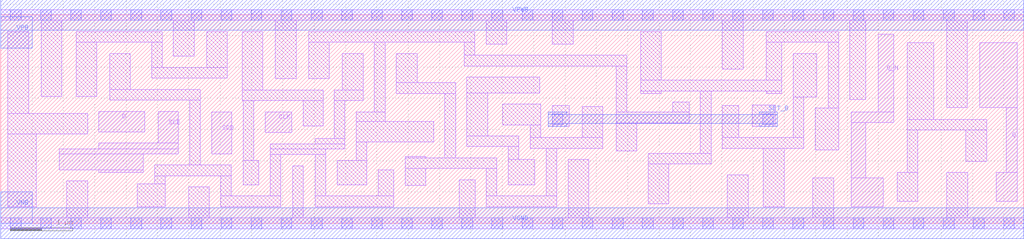
<source format=lef>
# Copyright 2020 The SkyWater PDK Authors
#
# Licensed under the Apache License, Version 2.0 (the "License");
# you may not use this file except in compliance with the License.
# You may obtain a copy of the License at
#
#     https://www.apache.org/licenses/LICENSE-2.0
#
# Unless required by applicable law or agreed to in writing, software
# distributed under the License is distributed on an "AS IS" BASIS,
# WITHOUT WARRANTIES OR CONDITIONS OF ANY KIND, either express or implied.
# See the License for the specific language governing permissions and
# limitations under the License.
#
# SPDX-License-Identifier: Apache-2.0

VERSION 5.5 ;
NAMESCASESENSITIVE ON ;
BUSBITCHARS "[]" ;
DIVIDERCHAR "/" ;
MACRO sky130_fd_sc_lp__sdfsbp_lp
  CLASS CORE ;
  SOURCE USER ;
  ORIGIN  0.000000  0.000000 ;
  SIZE  16.32000 BY  3.330000 ;
  SYMMETRY X Y R90 ;
  SITE unit ;
  PIN D
    ANTENNAGATEAREA  0.313000 ;
    DIRECTION INPUT ;
    USE SIGNAL ;
    PORT
      LAYER li1 ;
        RECT 1.565000 1.460000 2.300000 1.790000 ;
    END
  END D
  PIN Q
    ANTENNADIFFAREA  0.402600 ;
    DIRECTION OUTPUT ;
    USE SIGNAL ;
    PORT
      LAYER li1 ;
        RECT 15.615000 1.850000 16.210000 2.890000 ;
        RECT 15.880000 0.350000 16.210000 0.810000 ;
        RECT 16.040000 0.810000 16.210000 1.850000 ;
    END
  END Q
  PIN Q_N
    ANTENNADIFFAREA  0.404700 ;
    DIRECTION OUTPUT ;
    USE SIGNAL ;
    PORT
      LAYER li1 ;
        RECT 13.565000 0.265000 14.075000 0.725000 ;
        RECT 13.565000 0.725000 13.795000 1.610000 ;
        RECT 13.565000 1.610000 14.245000 1.780000 ;
        RECT 13.995000 1.780000 14.245000 3.020000 ;
    END
  END Q_N
  PIN SCD
    ANTENNAGATEAREA  0.313000 ;
    DIRECTION INPUT ;
    USE SIGNAL ;
    PORT
      LAYER li1 ;
        RECT 3.365000 1.110000 3.685000 1.780000 ;
    END
  END SCD
  PIN SCE
    ANTENNAGATEAREA  0.689000 ;
    DIRECTION INPUT ;
    USE SIGNAL ;
    PORT
      LAYER li1 ;
        RECT 0.930000 0.855000 2.275000 1.110000 ;
        RECT 0.930000 1.110000 2.835000 1.185000 ;
        RECT 1.565000 0.810000 2.275000 0.855000 ;
        RECT 1.565000 1.185000 2.835000 1.280000 ;
        RECT 2.510000 1.280000 2.835000 1.790000 ;
    END
  END SCE
  PIN SET_B
    ANTENNAGATEAREA  0.626000 ;
    DIRECTION INPUT ;
    USE SIGNAL ;
    PORT
      LAYER met1 ;
        RECT  8.735000 1.550000  9.025000 1.595000 ;
        RECT  8.735000 1.595000 12.385000 1.735000 ;
        RECT  8.735000 1.735000  9.025000 1.780000 ;
        RECT 12.095000 1.550000 12.385000 1.595000 ;
        RECT 12.095000 1.735000 12.385000 1.780000 ;
    END
  END SET_B
  PIN CLK
    ANTENNAGATEAREA  0.376000 ;
    DIRECTION INPUT ;
    USE CLOCK ;
    PORT
      LAYER li1 ;
        RECT 4.215000 1.450000 4.645000 1.780000 ;
    END
  END CLK
  PIN VGND
    DIRECTION INOUT ;
    USE GROUND ;
    PORT
      LAYER met1 ;
        RECT 0.000000 -0.245000 16.320000 0.245000 ;
    END
  END VGND
  PIN VNB
    DIRECTION INOUT ;
    USE GROUND ;
    PORT
      LAYER met1 ;
        RECT 0.000000 0.000000 0.500000 0.500000 ;
    END
  END VNB
  PIN VPB
    DIRECTION INOUT ;
    USE POWER ;
    PORT
      LAYER met1 ;
        RECT 0.000000 2.800000 0.500000 3.300000 ;
    END
  END VPB
  PIN VPWR
    DIRECTION INOUT ;
    USE POWER ;
    PORT
      LAYER met1 ;
        RECT 0.000000 3.085000 16.320000 3.575000 ;
    END
  END VPWR
  OBS
    LAYER li1 ;
      RECT  0.000000 -0.085000 16.320000 0.085000 ;
      RECT  0.000000  3.245000 16.320000 3.415000 ;
      RECT  0.115000  0.265000  0.565000 1.425000 ;
      RECT  0.115000  1.425000  1.385000 1.755000 ;
      RECT  0.115000  1.755000  0.445000 3.065000 ;
      RECT  0.645000  2.025000  0.975000 3.245000 ;
      RECT  1.055000  0.085000  1.385000 0.675000 ;
      RECT  1.205000  2.025000  1.535000 2.895000 ;
      RECT  1.205000  2.895000  2.575000 3.065000 ;
      RECT  1.735000  1.970000  3.185000 2.140000 ;
      RECT  1.735000  2.140000  2.065000 2.715000 ;
      RECT  2.175000  0.265000  2.625000 0.630000 ;
      RECT  2.405000  2.320000  3.615000 2.490000 ;
      RECT  2.405000  2.490000  2.575000 2.895000 ;
      RECT  2.455000  0.630000  2.625000 0.760000 ;
      RECT  2.455000  0.760000  3.675000 0.930000 ;
      RECT  2.755000  2.670000  3.085000 3.245000 ;
      RECT  2.995000  0.085000  3.325000 0.580000 ;
      RECT  3.015000  0.930000  3.185000 1.970000 ;
      RECT  3.285000  2.490000  3.615000 3.065000 ;
      RECT  3.505000  0.265000  4.465000 0.435000 ;
      RECT  3.505000  0.435000  3.675000 0.760000 ;
      RECT  3.850000  1.960000  5.140000 2.130000 ;
      RECT  3.850000  2.130000  4.180000 3.065000 ;
      RECT  3.865000  0.615000  4.115000 1.005000 ;
      RECT  3.865000  1.005000  4.035000 1.960000 ;
      RECT  4.295000  0.435000  4.465000 1.100000 ;
      RECT  4.295000  1.100000  5.185000 1.185000 ;
      RECT  4.295000  1.185000  5.490000 1.270000 ;
      RECT  4.380000  2.310000  4.710000 3.245000 ;
      RECT  4.655000  0.085000  4.825000 0.920000 ;
      RECT  4.825000  1.555000  5.140000 1.960000 ;
      RECT  4.910000  2.310000  5.240000 2.895000 ;
      RECT  4.910000  2.895000  7.560000 3.065000 ;
      RECT  5.015000  0.265000  6.270000 0.435000 ;
      RECT  5.015000  0.435000  5.185000 1.100000 ;
      RECT  5.015000  1.270000  5.490000 1.355000 ;
      RECT  5.320000  1.355000  5.490000 1.960000 ;
      RECT  5.320000  1.960000  5.780000 2.130000 ;
      RECT  5.365000  0.615000  5.840000 1.005000 ;
      RECT  5.450000  2.130000  5.780000 2.715000 ;
      RECT  5.670000  1.005000  5.840000 1.300000 ;
      RECT  5.670000  1.300000  6.905000 1.630000 ;
      RECT  5.670000  1.630000  6.130000 1.780000 ;
      RECT  5.960000  1.780000  6.130000 2.895000 ;
      RECT  6.020000  0.435000  6.270000 0.855000 ;
      RECT  6.310000  2.075000  7.255000 2.245000 ;
      RECT  6.310000  2.245000  6.640000 2.715000 ;
      RECT  6.450000  0.605000  6.780000 0.875000 ;
      RECT  6.450000  0.875000  7.915000 1.045000 ;
      RECT  6.450000  1.045000  6.780000 1.065000 ;
      RECT  7.085000  1.045000  7.255000 2.075000 ;
      RECT  7.315000  0.085000  7.565000 0.695000 ;
      RECT  7.390000  2.515000  9.985000 2.685000 ;
      RECT  7.390000  2.685000  7.560000 2.895000 ;
      RECT  7.435000  1.225000  8.265000 1.395000 ;
      RECT  7.435000  1.395000  7.765000 2.085000 ;
      RECT  7.435000  2.085000  8.600000 2.335000 ;
      RECT  7.740000  2.865000  8.070000 3.245000 ;
      RECT  7.745000  0.265000  8.870000 0.435000 ;
      RECT  7.745000  0.435000  7.915000 0.875000 ;
      RECT  8.005000  1.575000  8.615000 1.905000 ;
      RECT  8.095000  0.615000  8.520000 1.020000 ;
      RECT  8.095000  1.020000  8.265000 1.225000 ;
      RECT  8.445000  1.200000  9.605000 1.370000 ;
      RECT  8.445000  1.370000  8.615000 1.575000 ;
      RECT  8.700000  0.435000  8.870000 1.200000 ;
      RECT  8.795000  1.550000  9.065000 1.880000 ;
      RECT  8.800000  2.865000  9.130000 3.245000 ;
      RECT  9.050000  0.085000  9.380000 1.020000 ;
      RECT  9.275000  1.370000  9.605000 1.870000 ;
      RECT  9.815000  1.155000 10.145000 1.605000 ;
      RECT  9.815000  1.605000 10.980000 1.775000 ;
      RECT  9.815000  1.775000  9.985000 2.515000 ;
      RECT 10.205000  2.075000 10.535000 2.115000 ;
      RECT 10.205000  2.115000 12.460000 2.285000 ;
      RECT 10.205000  2.285000 10.535000 3.065000 ;
      RECT 10.325000  0.310000 10.655000 0.950000 ;
      RECT 10.325000  0.950000 11.330000 1.120000 ;
      RECT 10.715000  1.775000 10.980000 1.935000 ;
      RECT 11.160000  1.120000 11.330000 2.115000 ;
      RECT 11.510000  1.200000 12.810000 1.370000 ;
      RECT 11.510000  1.370000 11.775000 1.885000 ;
      RECT 11.510000  2.465000 11.840000 3.245000 ;
      RECT 11.590000  0.085000 11.920000 0.770000 ;
      RECT 11.985000  1.550000 12.355000 1.890000 ;
      RECT 12.165000  0.265000 12.495000 1.200000 ;
      RECT 12.210000  2.075000 12.460000 2.115000 ;
      RECT 12.210000  2.285000 12.460000 2.895000 ;
      RECT 12.210000  2.895000 13.365000 3.065000 ;
      RECT 12.640000  1.370000 12.810000 2.020000 ;
      RECT 12.640000  2.020000 13.015000 2.715000 ;
      RECT 12.955000  0.085000 13.285000 0.725000 ;
      RECT 12.990000  1.170000 13.365000 1.840000 ;
      RECT 13.195000  1.840000 13.365000 2.895000 ;
      RECT 13.545000  1.980000 13.795000 3.245000 ;
      RECT 14.300000  0.350000 14.630000 0.810000 ;
      RECT 14.460000  0.810000 14.630000 1.490000 ;
      RECT 14.460000  1.490000 15.725000 1.660000 ;
      RECT 14.460000  1.660000 14.885000 2.890000 ;
      RECT 15.085000  1.850000 15.415000 3.245000 ;
      RECT 15.090000  0.085000 15.420000 0.810000 ;
      RECT 15.395000  0.990000 15.725000 1.490000 ;
    LAYER mcon ;
      RECT  0.155000 -0.085000  0.325000 0.085000 ;
      RECT  0.155000  3.245000  0.325000 3.415000 ;
      RECT  0.635000 -0.085000  0.805000 0.085000 ;
      RECT  0.635000  3.245000  0.805000 3.415000 ;
      RECT  1.115000 -0.085000  1.285000 0.085000 ;
      RECT  1.115000  3.245000  1.285000 3.415000 ;
      RECT  1.595000 -0.085000  1.765000 0.085000 ;
      RECT  1.595000  3.245000  1.765000 3.415000 ;
      RECT  2.075000 -0.085000  2.245000 0.085000 ;
      RECT  2.075000  3.245000  2.245000 3.415000 ;
      RECT  2.555000 -0.085000  2.725000 0.085000 ;
      RECT  2.555000  3.245000  2.725000 3.415000 ;
      RECT  3.035000 -0.085000  3.205000 0.085000 ;
      RECT  3.035000  3.245000  3.205000 3.415000 ;
      RECT  3.515000 -0.085000  3.685000 0.085000 ;
      RECT  3.515000  3.245000  3.685000 3.415000 ;
      RECT  3.995000 -0.085000  4.165000 0.085000 ;
      RECT  3.995000  3.245000  4.165000 3.415000 ;
      RECT  4.475000 -0.085000  4.645000 0.085000 ;
      RECT  4.475000  3.245000  4.645000 3.415000 ;
      RECT  4.955000 -0.085000  5.125000 0.085000 ;
      RECT  4.955000  3.245000  5.125000 3.415000 ;
      RECT  5.435000 -0.085000  5.605000 0.085000 ;
      RECT  5.435000  3.245000  5.605000 3.415000 ;
      RECT  5.915000 -0.085000  6.085000 0.085000 ;
      RECT  5.915000  3.245000  6.085000 3.415000 ;
      RECT  6.395000 -0.085000  6.565000 0.085000 ;
      RECT  6.395000  3.245000  6.565000 3.415000 ;
      RECT  6.875000 -0.085000  7.045000 0.085000 ;
      RECT  6.875000  3.245000  7.045000 3.415000 ;
      RECT  7.355000 -0.085000  7.525000 0.085000 ;
      RECT  7.355000  3.245000  7.525000 3.415000 ;
      RECT  7.835000 -0.085000  8.005000 0.085000 ;
      RECT  7.835000  3.245000  8.005000 3.415000 ;
      RECT  8.315000 -0.085000  8.485000 0.085000 ;
      RECT  8.315000  3.245000  8.485000 3.415000 ;
      RECT  8.795000 -0.085000  8.965000 0.085000 ;
      RECT  8.795000  1.580000  8.965000 1.750000 ;
      RECT  8.795000  3.245000  8.965000 3.415000 ;
      RECT  9.275000 -0.085000  9.445000 0.085000 ;
      RECT  9.275000  3.245000  9.445000 3.415000 ;
      RECT  9.755000 -0.085000  9.925000 0.085000 ;
      RECT  9.755000  3.245000  9.925000 3.415000 ;
      RECT 10.235000 -0.085000 10.405000 0.085000 ;
      RECT 10.235000  3.245000 10.405000 3.415000 ;
      RECT 10.715000 -0.085000 10.885000 0.085000 ;
      RECT 10.715000  3.245000 10.885000 3.415000 ;
      RECT 11.195000 -0.085000 11.365000 0.085000 ;
      RECT 11.195000  3.245000 11.365000 3.415000 ;
      RECT 11.675000 -0.085000 11.845000 0.085000 ;
      RECT 11.675000  3.245000 11.845000 3.415000 ;
      RECT 12.155000 -0.085000 12.325000 0.085000 ;
      RECT 12.155000  1.580000 12.325000 1.750000 ;
      RECT 12.155000  3.245000 12.325000 3.415000 ;
      RECT 12.635000 -0.085000 12.805000 0.085000 ;
      RECT 12.635000  3.245000 12.805000 3.415000 ;
      RECT 13.115000 -0.085000 13.285000 0.085000 ;
      RECT 13.115000  3.245000 13.285000 3.415000 ;
      RECT 13.595000 -0.085000 13.765000 0.085000 ;
      RECT 13.595000  3.245000 13.765000 3.415000 ;
      RECT 14.075000 -0.085000 14.245000 0.085000 ;
      RECT 14.075000  3.245000 14.245000 3.415000 ;
      RECT 14.555000 -0.085000 14.725000 0.085000 ;
      RECT 14.555000  3.245000 14.725000 3.415000 ;
      RECT 15.035000 -0.085000 15.205000 0.085000 ;
      RECT 15.035000  3.245000 15.205000 3.415000 ;
      RECT 15.515000 -0.085000 15.685000 0.085000 ;
      RECT 15.515000  3.245000 15.685000 3.415000 ;
      RECT 15.995000 -0.085000 16.165000 0.085000 ;
      RECT 15.995000  3.245000 16.165000 3.415000 ;
  END
END sky130_fd_sc_lp__sdfsbp_lp

</source>
